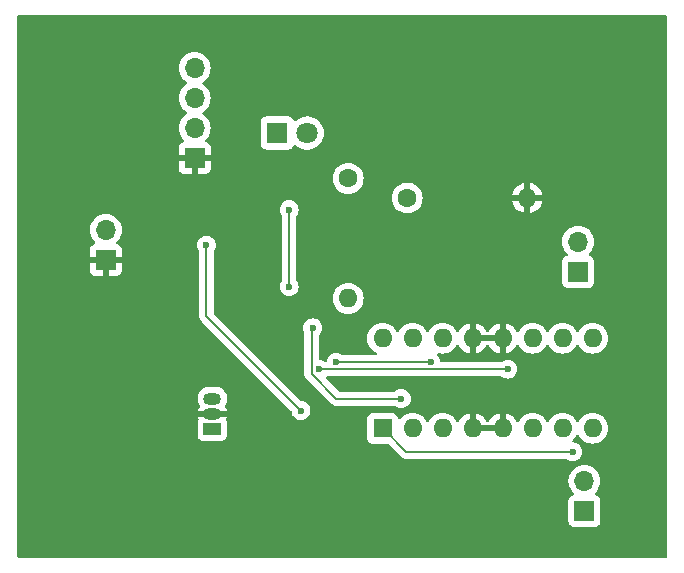
<source format=gbl>
G04 #@! TF.GenerationSoftware,KiCad,Pcbnew,8.0.1*
G04 #@! TF.CreationDate,2024-05-12T16:03:36-04:00*
G04 #@! TF.ProjectId,recyclobot_main,72656379-636c-46f6-926f-745f6d61696e,rev?*
G04 #@! TF.SameCoordinates,Original*
G04 #@! TF.FileFunction,Copper,L2,Bot*
G04 #@! TF.FilePolarity,Positive*
%FSLAX46Y46*%
G04 Gerber Fmt 4.6, Leading zero omitted, Abs format (unit mm)*
G04 Created by KiCad (PCBNEW 8.0.1) date 2024-05-12 16:03:36*
%MOMM*%
%LPD*%
G01*
G04 APERTURE LIST*
G04 #@! TA.AperFunction,ComponentPad*
%ADD10R,1.500000X1.050000*%
G04 #@! TD*
G04 #@! TA.AperFunction,ComponentPad*
%ADD11O,1.500000X1.050000*%
G04 #@! TD*
G04 #@! TA.AperFunction,ComponentPad*
%ADD12R,1.600000X1.600000*%
G04 #@! TD*
G04 #@! TA.AperFunction,ComponentPad*
%ADD13O,1.600000X1.600000*%
G04 #@! TD*
G04 #@! TA.AperFunction,ComponentPad*
%ADD14C,1.600000*%
G04 #@! TD*
G04 #@! TA.AperFunction,ComponentPad*
%ADD15R,1.700000X1.700000*%
G04 #@! TD*
G04 #@! TA.AperFunction,ComponentPad*
%ADD16O,1.700000X1.700000*%
G04 #@! TD*
G04 #@! TA.AperFunction,ComponentPad*
%ADD17R,1.800000X1.800000*%
G04 #@! TD*
G04 #@! TA.AperFunction,ComponentPad*
%ADD18C,1.800000*%
G04 #@! TD*
G04 #@! TA.AperFunction,ViaPad*
%ADD19C,0.600000*%
G04 #@! TD*
G04 #@! TA.AperFunction,Conductor*
%ADD20C,0.200000*%
G04 #@! TD*
G04 APERTURE END LIST*
D10*
X137000000Y-100540000D03*
D11*
X137000000Y-99270000D03*
X137000000Y-98000000D03*
D12*
X151420000Y-100500000D03*
D13*
X153960000Y-100500000D03*
X156500000Y-100500000D03*
X159040000Y-100500000D03*
X161580000Y-100500000D03*
X164120000Y-100500000D03*
X166660000Y-100500000D03*
X169200000Y-100500000D03*
X169200000Y-92880000D03*
X166660000Y-92880000D03*
X164120000Y-92880000D03*
X161580000Y-92880000D03*
X159040000Y-92880000D03*
X156500000Y-92880000D03*
X153960000Y-92880000D03*
X151420000Y-92880000D03*
D14*
X153500000Y-81000000D03*
D13*
X163660000Y-81000000D03*
D14*
X148500000Y-79340000D03*
D13*
X148500000Y-89500000D03*
D15*
X135500000Y-77620000D03*
D16*
X135500000Y-75080000D03*
X135500000Y-72540000D03*
X135500000Y-70000000D03*
D15*
X168500000Y-107500000D03*
D16*
X168500000Y-104960000D03*
D15*
X167975000Y-87250000D03*
D16*
X167975000Y-84710000D03*
D15*
X127975000Y-86250000D03*
D16*
X127975000Y-83710000D03*
D17*
X142500000Y-75500000D03*
D18*
X145040000Y-75500000D03*
D19*
X143500000Y-82000000D03*
X143500000Y-88500000D03*
X141500000Y-99700003D03*
X141000000Y-104000000D03*
X141500000Y-99000000D03*
X161000000Y-70000000D03*
X154500000Y-106000000D03*
X131000000Y-103500000D03*
X125000000Y-70500000D03*
X171000000Y-73000000D03*
X167500000Y-102500000D03*
X153000000Y-98000000D03*
X145500000Y-92000000D03*
X155500000Y-94900000D03*
X147500000Y-94900000D03*
X146000000Y-95500000D03*
X162000000Y-95500000D03*
X136500000Y-85000000D03*
X144500000Y-99000000D03*
D20*
X143500000Y-82000000D02*
X143500000Y-88500000D01*
X141500000Y-103500000D02*
X141000000Y-104000000D01*
X141500000Y-99700003D02*
X141500000Y-103500000D01*
X167500000Y-102500000D02*
X153420000Y-102500000D01*
X153420000Y-102500000D02*
X151420000Y-100500000D01*
X145500000Y-92000000D02*
X145400000Y-92100000D01*
X145400000Y-95900000D02*
X147500000Y-98000000D01*
X145400000Y-92100000D02*
X145400000Y-95900000D01*
X147500000Y-98000000D02*
X153000000Y-98000000D01*
X147500000Y-94900000D02*
X155500000Y-94900000D01*
X146000000Y-95500000D02*
X162000000Y-95500000D01*
X136500000Y-91000000D02*
X136500000Y-85000000D01*
X144500000Y-99000000D02*
X136500000Y-91000000D01*
G04 #@! TA.AperFunction,Conductor*
G36*
X161259920Y-100254394D02*
G01*
X161207259Y-100345606D01*
X161180000Y-100447339D01*
X161180000Y-100552661D01*
X161207259Y-100654394D01*
X161259920Y-100745606D01*
X161264314Y-100750000D01*
X159355686Y-100750000D01*
X159360080Y-100745606D01*
X159412741Y-100654394D01*
X159440000Y-100552661D01*
X159440000Y-100447339D01*
X159412741Y-100345606D01*
X159360080Y-100254394D01*
X159355686Y-100250000D01*
X161264314Y-100250000D01*
X161259920Y-100254394D01*
G37*
G04 #@! TD.AperFunction*
G04 #@! TA.AperFunction,Conductor*
G36*
X161259920Y-92634394D02*
G01*
X161207259Y-92725606D01*
X161180000Y-92827339D01*
X161180000Y-92932661D01*
X161207259Y-93034394D01*
X161259920Y-93125606D01*
X161264314Y-93130000D01*
X159355686Y-93130000D01*
X159360080Y-93125606D01*
X159412741Y-93034394D01*
X159440000Y-92932661D01*
X159440000Y-92827339D01*
X159412741Y-92725606D01*
X159360080Y-92634394D01*
X159355686Y-92630000D01*
X161264314Y-92630000D01*
X161259920Y-92634394D01*
G37*
G04 #@! TD.AperFunction*
G04 #@! TA.AperFunction,Conductor*
G36*
X175442539Y-65520185D02*
G01*
X175488294Y-65572989D01*
X175499500Y-65624500D01*
X175499500Y-111375500D01*
X175479815Y-111442539D01*
X175427011Y-111488294D01*
X175375500Y-111499500D01*
X120624500Y-111499500D01*
X120557461Y-111479815D01*
X120511706Y-111427011D01*
X120500500Y-111375500D01*
X120500500Y-104960000D01*
X167144341Y-104960000D01*
X167164936Y-105195403D01*
X167164938Y-105195413D01*
X167226094Y-105423655D01*
X167226096Y-105423659D01*
X167226097Y-105423663D01*
X167325965Y-105637830D01*
X167325967Y-105637834D01*
X167434281Y-105792521D01*
X167461501Y-105831396D01*
X167461506Y-105831402D01*
X167583430Y-105953326D01*
X167616915Y-106014649D01*
X167611931Y-106084341D01*
X167570059Y-106140274D01*
X167539083Y-106157189D01*
X167407669Y-106206203D01*
X167407664Y-106206206D01*
X167292455Y-106292452D01*
X167292452Y-106292455D01*
X167206206Y-106407664D01*
X167206202Y-106407671D01*
X167155908Y-106542517D01*
X167149501Y-106602116D01*
X167149501Y-106602123D01*
X167149500Y-106602135D01*
X167149500Y-108397870D01*
X167149501Y-108397876D01*
X167155908Y-108457483D01*
X167206202Y-108592328D01*
X167206206Y-108592335D01*
X167292452Y-108707544D01*
X167292455Y-108707547D01*
X167407664Y-108793793D01*
X167407671Y-108793797D01*
X167542517Y-108844091D01*
X167542516Y-108844091D01*
X167549444Y-108844835D01*
X167602127Y-108850500D01*
X169397872Y-108850499D01*
X169457483Y-108844091D01*
X169592331Y-108793796D01*
X169707546Y-108707546D01*
X169793796Y-108592331D01*
X169844091Y-108457483D01*
X169850500Y-108397873D01*
X169850499Y-106602128D01*
X169844091Y-106542517D01*
X169793796Y-106407669D01*
X169793795Y-106407668D01*
X169793793Y-106407664D01*
X169707547Y-106292455D01*
X169707544Y-106292452D01*
X169592335Y-106206206D01*
X169592328Y-106206202D01*
X169460917Y-106157189D01*
X169404983Y-106115318D01*
X169380566Y-106049853D01*
X169395418Y-105981580D01*
X169416563Y-105953332D01*
X169538495Y-105831401D01*
X169674035Y-105637830D01*
X169773903Y-105423663D01*
X169835063Y-105195408D01*
X169855659Y-104960000D01*
X169835063Y-104724592D01*
X169773903Y-104496337D01*
X169674035Y-104282171D01*
X169538495Y-104088599D01*
X169538494Y-104088597D01*
X169371402Y-103921506D01*
X169371395Y-103921501D01*
X169177834Y-103785967D01*
X169177830Y-103785965D01*
X169177828Y-103785964D01*
X168963663Y-103686097D01*
X168963659Y-103686096D01*
X168963655Y-103686094D01*
X168735413Y-103624938D01*
X168735403Y-103624936D01*
X168500001Y-103604341D01*
X168499999Y-103604341D01*
X168264596Y-103624936D01*
X168264586Y-103624938D01*
X168036344Y-103686094D01*
X168036335Y-103686098D01*
X167822171Y-103785964D01*
X167822169Y-103785965D01*
X167628597Y-103921505D01*
X167461505Y-104088597D01*
X167325965Y-104282169D01*
X167325964Y-104282171D01*
X167226098Y-104496335D01*
X167226094Y-104496344D01*
X167164938Y-104724586D01*
X167164936Y-104724596D01*
X167144341Y-104959999D01*
X167144341Y-104960000D01*
X120500500Y-104960000D01*
X120500500Y-101112870D01*
X135749500Y-101112870D01*
X135749501Y-101112876D01*
X135755908Y-101172483D01*
X135806202Y-101307328D01*
X135806206Y-101307335D01*
X135892452Y-101422544D01*
X135892455Y-101422547D01*
X136007664Y-101508793D01*
X136007671Y-101508797D01*
X136142517Y-101559091D01*
X136142516Y-101559091D01*
X136149444Y-101559835D01*
X136202127Y-101565500D01*
X137797872Y-101565499D01*
X137857483Y-101559091D01*
X137992331Y-101508796D01*
X138107546Y-101422546D01*
X138163448Y-101347870D01*
X150119500Y-101347870D01*
X150119501Y-101347876D01*
X150125908Y-101407483D01*
X150176202Y-101542328D01*
X150176206Y-101542335D01*
X150262452Y-101657544D01*
X150262455Y-101657547D01*
X150377664Y-101743793D01*
X150377671Y-101743797D01*
X150512517Y-101794091D01*
X150512516Y-101794091D01*
X150519444Y-101794835D01*
X150572127Y-101800500D01*
X151819902Y-101800499D01*
X151886941Y-101820184D01*
X151907583Y-101836818D01*
X152935139Y-102864374D01*
X152935149Y-102864385D01*
X152939479Y-102868715D01*
X152939480Y-102868716D01*
X153051284Y-102980520D01*
X153138095Y-103030639D01*
X153138097Y-103030641D01*
X153176151Y-103052611D01*
X153188215Y-103059577D01*
X153340943Y-103100500D01*
X153499057Y-103100500D01*
X166917588Y-103100500D01*
X166984627Y-103120185D01*
X166994903Y-103127555D01*
X166997736Y-103129814D01*
X166997738Y-103129816D01*
X167150478Y-103225789D01*
X167320745Y-103285368D01*
X167320750Y-103285369D01*
X167499996Y-103305565D01*
X167500000Y-103305565D01*
X167500004Y-103305565D01*
X167679249Y-103285369D01*
X167679252Y-103285368D01*
X167679255Y-103285368D01*
X167849522Y-103225789D01*
X168002262Y-103129816D01*
X168129816Y-103002262D01*
X168225789Y-102849522D01*
X168285368Y-102679255D01*
X168305565Y-102500000D01*
X168285368Y-102320745D01*
X168225789Y-102150478D01*
X168129816Y-101997738D01*
X168002262Y-101870184D01*
X167959580Y-101843365D01*
X167849523Y-101774211D01*
X167679254Y-101714631D01*
X167679250Y-101714630D01*
X167580392Y-101703492D01*
X167515978Y-101676425D01*
X167476423Y-101618830D01*
X167474286Y-101548993D01*
X167506593Y-101492592D01*
X167660047Y-101339139D01*
X167790568Y-101152734D01*
X167817618Y-101094724D01*
X167863790Y-101042285D01*
X167930983Y-101023133D01*
X167997865Y-101043348D01*
X168042382Y-101094725D01*
X168069429Y-101152728D01*
X168069432Y-101152734D01*
X168199954Y-101339141D01*
X168360858Y-101500045D01*
X168360861Y-101500047D01*
X168547266Y-101630568D01*
X168753504Y-101726739D01*
X168973308Y-101785635D01*
X169135230Y-101799801D01*
X169199998Y-101805468D01*
X169200000Y-101805468D01*
X169200002Y-101805468D01*
X169256807Y-101800498D01*
X169426692Y-101785635D01*
X169646496Y-101726739D01*
X169852734Y-101630568D01*
X170039139Y-101500047D01*
X170200047Y-101339139D01*
X170330568Y-101152734D01*
X170426739Y-100946496D01*
X170485635Y-100726692D01*
X170505468Y-100500000D01*
X170485635Y-100273308D01*
X170426739Y-100053504D01*
X170330568Y-99847266D01*
X170200047Y-99660861D01*
X170200045Y-99660858D01*
X170039141Y-99499954D01*
X169852734Y-99369432D01*
X169852732Y-99369431D01*
X169646497Y-99273261D01*
X169646488Y-99273258D01*
X169426697Y-99214366D01*
X169426693Y-99214365D01*
X169426692Y-99214365D01*
X169426691Y-99214364D01*
X169426686Y-99214364D01*
X169200002Y-99194532D01*
X169199998Y-99194532D01*
X168973313Y-99214364D01*
X168973302Y-99214366D01*
X168753511Y-99273258D01*
X168753502Y-99273261D01*
X168547267Y-99369431D01*
X168547265Y-99369432D01*
X168360858Y-99499954D01*
X168199954Y-99660858D01*
X168069432Y-99847265D01*
X168069431Y-99847267D01*
X168042382Y-99905275D01*
X167996209Y-99957714D01*
X167929016Y-99976866D01*
X167862135Y-99956650D01*
X167817618Y-99905275D01*
X167790686Y-99847520D01*
X167790568Y-99847266D01*
X167660047Y-99660861D01*
X167660045Y-99660858D01*
X167499141Y-99499954D01*
X167312734Y-99369432D01*
X167312732Y-99369431D01*
X167106497Y-99273261D01*
X167106488Y-99273258D01*
X166886697Y-99214366D01*
X166886693Y-99214365D01*
X166886692Y-99214365D01*
X166886691Y-99214364D01*
X166886686Y-99214364D01*
X166660002Y-99194532D01*
X166659998Y-99194532D01*
X166433313Y-99214364D01*
X166433302Y-99214366D01*
X166213511Y-99273258D01*
X166213502Y-99273261D01*
X166007267Y-99369431D01*
X166007265Y-99369432D01*
X165820858Y-99499954D01*
X165659954Y-99660858D01*
X165529432Y-99847265D01*
X165529431Y-99847267D01*
X165502382Y-99905275D01*
X165456209Y-99957714D01*
X165389016Y-99976866D01*
X165322135Y-99956650D01*
X165277618Y-99905275D01*
X165250686Y-99847520D01*
X165250568Y-99847266D01*
X165120047Y-99660861D01*
X165120045Y-99660858D01*
X164959141Y-99499954D01*
X164772734Y-99369432D01*
X164772732Y-99369431D01*
X164566497Y-99273261D01*
X164566488Y-99273258D01*
X164346697Y-99214366D01*
X164346693Y-99214365D01*
X164346692Y-99214365D01*
X164346691Y-99214364D01*
X164346686Y-99214364D01*
X164120002Y-99194532D01*
X164119998Y-99194532D01*
X163893313Y-99214364D01*
X163893302Y-99214366D01*
X163673511Y-99273258D01*
X163673502Y-99273261D01*
X163467267Y-99369431D01*
X163467265Y-99369432D01*
X163280858Y-99499954D01*
X163119954Y-99660858D01*
X163032772Y-99785369D01*
X162989432Y-99847266D01*
X162989315Y-99847518D01*
X162962106Y-99905867D01*
X162915933Y-99958306D01*
X162848739Y-99977457D01*
X162781858Y-99957241D01*
X162737342Y-99905865D01*
X162710135Y-99847520D01*
X162710134Y-99847518D01*
X162579657Y-99661179D01*
X162418820Y-99500342D01*
X162232482Y-99369865D01*
X162026328Y-99273734D01*
X161830000Y-99221127D01*
X161830000Y-100184314D01*
X161825606Y-100179920D01*
X161734394Y-100127259D01*
X161632661Y-100100000D01*
X161527339Y-100100000D01*
X161425606Y-100127259D01*
X161334394Y-100179920D01*
X161330000Y-100184314D01*
X161330000Y-99221127D01*
X161133671Y-99273734D01*
X160927517Y-99369865D01*
X160741179Y-99500342D01*
X160580342Y-99661179D01*
X160449865Y-99847517D01*
X160422382Y-99906457D01*
X160376210Y-99958896D01*
X160309016Y-99978048D01*
X160242135Y-99957832D01*
X160197618Y-99906457D01*
X160170134Y-99847517D01*
X160039657Y-99661179D01*
X159878820Y-99500342D01*
X159692482Y-99369865D01*
X159486328Y-99273734D01*
X159290000Y-99221127D01*
X159290000Y-100184314D01*
X159285606Y-100179920D01*
X159194394Y-100127259D01*
X159092661Y-100100000D01*
X158987339Y-100100000D01*
X158885606Y-100127259D01*
X158794394Y-100179920D01*
X158790000Y-100184314D01*
X158790000Y-99221127D01*
X158593671Y-99273734D01*
X158387517Y-99369865D01*
X158201179Y-99500342D01*
X158040342Y-99661179D01*
X157909867Y-99847515D01*
X157882657Y-99905867D01*
X157836484Y-99958306D01*
X157769290Y-99977457D01*
X157702409Y-99957241D01*
X157657893Y-99905865D01*
X157630685Y-99847518D01*
X157630568Y-99847266D01*
X157500047Y-99660861D01*
X157500045Y-99660858D01*
X157339141Y-99499954D01*
X157152734Y-99369432D01*
X157152732Y-99369431D01*
X156946497Y-99273261D01*
X156946488Y-99273258D01*
X156726697Y-99214366D01*
X156726693Y-99214365D01*
X156726692Y-99214365D01*
X156726691Y-99214364D01*
X156726686Y-99214364D01*
X156500002Y-99194532D01*
X156499998Y-99194532D01*
X156273313Y-99214364D01*
X156273302Y-99214366D01*
X156053511Y-99273258D01*
X156053502Y-99273261D01*
X155847267Y-99369431D01*
X155847265Y-99369432D01*
X155660858Y-99499954D01*
X155499954Y-99660858D01*
X155369432Y-99847265D01*
X155369431Y-99847267D01*
X155342382Y-99905275D01*
X155296209Y-99957714D01*
X155229016Y-99976866D01*
X155162135Y-99956650D01*
X155117618Y-99905275D01*
X155090686Y-99847520D01*
X155090568Y-99847266D01*
X154960047Y-99660861D01*
X154960045Y-99660858D01*
X154799141Y-99499954D01*
X154612734Y-99369432D01*
X154612732Y-99369431D01*
X154406497Y-99273261D01*
X154406488Y-99273258D01*
X154186697Y-99214366D01*
X154186693Y-99214365D01*
X154186692Y-99214365D01*
X154186691Y-99214364D01*
X154186686Y-99214364D01*
X153960002Y-99194532D01*
X153959998Y-99194532D01*
X153733313Y-99214364D01*
X153733302Y-99214366D01*
X153513511Y-99273258D01*
X153513502Y-99273261D01*
X153307267Y-99369431D01*
X153307265Y-99369432D01*
X153120858Y-99499954D01*
X152959954Y-99660858D01*
X152942725Y-99685464D01*
X152888147Y-99729088D01*
X152818648Y-99736280D01*
X152756294Y-99704757D01*
X152720882Y-99644526D01*
X152717861Y-99627591D01*
X152716985Y-99619444D01*
X152714091Y-99592517D01*
X152705313Y-99568983D01*
X152663797Y-99457671D01*
X152663793Y-99457664D01*
X152577547Y-99342455D01*
X152577544Y-99342452D01*
X152462335Y-99256206D01*
X152462328Y-99256202D01*
X152327482Y-99205908D01*
X152327483Y-99205908D01*
X152267883Y-99199501D01*
X152267881Y-99199500D01*
X152267873Y-99199500D01*
X152267864Y-99199500D01*
X150572129Y-99199500D01*
X150572123Y-99199501D01*
X150512516Y-99205908D01*
X150377671Y-99256202D01*
X150377664Y-99256206D01*
X150262455Y-99342452D01*
X150262452Y-99342455D01*
X150176206Y-99457664D01*
X150176202Y-99457671D01*
X150125908Y-99592517D01*
X150119501Y-99652116D01*
X150119500Y-99652135D01*
X150119500Y-101347870D01*
X138163448Y-101347870D01*
X138193796Y-101307331D01*
X138244091Y-101172483D01*
X138250500Y-101112873D01*
X138250499Y-99967128D01*
X138244091Y-99907517D01*
X138221713Y-99847518D01*
X138193797Y-99772670D01*
X138193795Y-99772668D01*
X138192618Y-99771095D01*
X138191931Y-99769255D01*
X138189547Y-99764888D01*
X138190175Y-99764544D01*
X138168203Y-99705630D01*
X138177326Y-99649333D01*
X138210610Y-99568978D01*
X138210611Y-99568974D01*
X138220353Y-99520000D01*
X137855671Y-99520000D01*
X137842415Y-99519289D01*
X137797873Y-99514500D01*
X137797872Y-99514500D01*
X137285830Y-99514500D01*
X137300075Y-99500255D01*
X137349444Y-99414745D01*
X137375000Y-99319370D01*
X137375000Y-99220630D01*
X137349444Y-99125255D01*
X137300075Y-99039745D01*
X137285830Y-99025500D01*
X137326004Y-99025500D01*
X137326004Y-99025499D01*
X137339473Y-99022820D01*
X137341674Y-99022383D01*
X137365866Y-99020000D01*
X138220353Y-99020000D01*
X138210612Y-98971025D01*
X138210609Y-98971016D01*
X138133347Y-98784486D01*
X138133343Y-98784479D01*
X138079795Y-98704340D01*
X138058917Y-98637662D01*
X138077401Y-98570282D01*
X138079733Y-98566652D01*
X138133786Y-98485756D01*
X138211091Y-98299127D01*
X138250500Y-98101003D01*
X138250500Y-97898997D01*
X138211091Y-97700873D01*
X138133786Y-97514244D01*
X138133784Y-97514241D01*
X138133782Y-97514237D01*
X138021558Y-97346281D01*
X137878718Y-97203441D01*
X137710762Y-97091217D01*
X137710752Y-97091212D01*
X137524127Y-97013909D01*
X137524119Y-97013907D01*
X137326007Y-96974500D01*
X137326003Y-96974500D01*
X136673997Y-96974500D01*
X136673992Y-96974500D01*
X136475880Y-97013907D01*
X136475872Y-97013909D01*
X136289247Y-97091212D01*
X136289237Y-97091217D01*
X136121281Y-97203441D01*
X135978441Y-97346281D01*
X135866217Y-97514237D01*
X135866212Y-97514247D01*
X135788909Y-97700872D01*
X135788907Y-97700880D01*
X135749500Y-97898992D01*
X135749500Y-98101007D01*
X135788907Y-98299119D01*
X135788909Y-98299127D01*
X135866212Y-98485754D01*
X135920204Y-98566558D01*
X135941081Y-98633235D01*
X135922596Y-98700615D01*
X135920204Y-98704337D01*
X135866655Y-98784479D01*
X135866654Y-98784481D01*
X135789390Y-98971016D01*
X135789387Y-98971025D01*
X135779647Y-99020000D01*
X136634134Y-99020000D01*
X136658326Y-99022383D01*
X136661123Y-99022939D01*
X136673995Y-99025499D01*
X136673996Y-99025500D01*
X136673997Y-99025500D01*
X136714170Y-99025500D01*
X136699925Y-99039745D01*
X136650556Y-99125255D01*
X136625000Y-99220630D01*
X136625000Y-99319370D01*
X136650556Y-99414745D01*
X136699925Y-99500255D01*
X136714170Y-99514500D01*
X136202129Y-99514500D01*
X136202125Y-99514501D01*
X136169577Y-99518000D01*
X136157576Y-99519290D01*
X136144325Y-99520000D01*
X135779647Y-99520000D01*
X135789387Y-99568974D01*
X135789390Y-99568983D01*
X135822673Y-99649335D01*
X135830142Y-99718804D01*
X135810156Y-99764723D01*
X135810454Y-99764886D01*
X135808636Y-99768213D01*
X135807385Y-99771090D01*
X135806206Y-99772664D01*
X135806202Y-99772671D01*
X135755908Y-99907517D01*
X135750626Y-99956650D01*
X135749501Y-99967123D01*
X135749500Y-99967135D01*
X135749500Y-101112870D01*
X120500500Y-101112870D01*
X120500500Y-83710000D01*
X126619341Y-83710000D01*
X126639936Y-83945403D01*
X126639938Y-83945413D01*
X126701094Y-84173655D01*
X126701096Y-84173659D01*
X126701097Y-84173663D01*
X126792737Y-84370184D01*
X126800965Y-84387830D01*
X126800967Y-84387834D01*
X126861712Y-84474586D01*
X126936501Y-84581396D01*
X126936506Y-84581402D01*
X127058818Y-84703714D01*
X127092303Y-84765037D01*
X127087319Y-84834729D01*
X127045447Y-84890662D01*
X127014471Y-84907577D01*
X126882912Y-84956646D01*
X126882906Y-84956649D01*
X126767812Y-85042809D01*
X126767809Y-85042812D01*
X126681649Y-85157906D01*
X126681645Y-85157913D01*
X126631403Y-85292620D01*
X126631401Y-85292627D01*
X126625000Y-85352155D01*
X126625000Y-86000000D01*
X127541988Y-86000000D01*
X127509075Y-86057007D01*
X127475000Y-86184174D01*
X127475000Y-86315826D01*
X127509075Y-86442993D01*
X127541988Y-86500000D01*
X126625000Y-86500000D01*
X126625000Y-87147844D01*
X126631401Y-87207372D01*
X126631403Y-87207379D01*
X126681645Y-87342086D01*
X126681649Y-87342093D01*
X126767809Y-87457187D01*
X126767812Y-87457190D01*
X126882906Y-87543350D01*
X126882913Y-87543354D01*
X127017620Y-87593596D01*
X127017627Y-87593598D01*
X127077155Y-87599999D01*
X127077172Y-87600000D01*
X127725000Y-87600000D01*
X127725000Y-86683012D01*
X127782007Y-86715925D01*
X127909174Y-86750000D01*
X128040826Y-86750000D01*
X128167993Y-86715925D01*
X128225000Y-86683012D01*
X128225000Y-87600000D01*
X128872828Y-87600000D01*
X128872844Y-87599999D01*
X128932372Y-87593598D01*
X128932379Y-87593596D01*
X129067086Y-87543354D01*
X129067093Y-87543350D01*
X129182187Y-87457190D01*
X129182190Y-87457187D01*
X129268350Y-87342093D01*
X129268354Y-87342086D01*
X129318596Y-87207379D01*
X129318598Y-87207372D01*
X129324999Y-87147844D01*
X129325000Y-87147827D01*
X129325000Y-86500000D01*
X128408012Y-86500000D01*
X128440925Y-86442993D01*
X128475000Y-86315826D01*
X128475000Y-86184174D01*
X128440925Y-86057007D01*
X128408012Y-86000000D01*
X129325000Y-86000000D01*
X129325000Y-85352172D01*
X129324999Y-85352155D01*
X129318598Y-85292627D01*
X129318596Y-85292620D01*
X129268354Y-85157913D01*
X129268350Y-85157906D01*
X129182190Y-85042812D01*
X129182187Y-85042809D01*
X129125006Y-85000003D01*
X135694435Y-85000003D01*
X135714630Y-85179249D01*
X135714631Y-85179254D01*
X135774211Y-85349523D01*
X135870185Y-85502263D01*
X135872445Y-85505097D01*
X135873334Y-85507275D01*
X135873889Y-85508158D01*
X135873734Y-85508255D01*
X135898855Y-85569783D01*
X135899500Y-85582412D01*
X135899500Y-90913330D01*
X135899499Y-90913348D01*
X135899499Y-91079054D01*
X135899498Y-91079054D01*
X135940423Y-91231785D01*
X135964917Y-91274210D01*
X135964919Y-91274212D01*
X136019479Y-91368714D01*
X136019481Y-91368717D01*
X136138349Y-91487585D01*
X136138355Y-91487590D01*
X143669298Y-99018533D01*
X143702783Y-99079856D01*
X143704837Y-99092330D01*
X143714630Y-99179249D01*
X143774210Y-99349521D01*
X143868733Y-99499953D01*
X143870184Y-99502262D01*
X143997738Y-99629816D01*
X144150478Y-99725789D01*
X144284456Y-99772670D01*
X144320745Y-99785368D01*
X144320750Y-99785369D01*
X144499996Y-99805565D01*
X144500000Y-99805565D01*
X144500004Y-99805565D01*
X144679249Y-99785369D01*
X144679252Y-99785368D01*
X144679255Y-99785368D01*
X144849522Y-99725789D01*
X145002262Y-99629816D01*
X145129816Y-99502262D01*
X145225789Y-99349522D01*
X145285368Y-99179255D01*
X145285369Y-99179249D01*
X145305565Y-99000003D01*
X145305565Y-98999996D01*
X145285369Y-98820750D01*
X145285368Y-98820745D01*
X145244635Y-98704337D01*
X145225789Y-98650478D01*
X145214954Y-98633235D01*
X145175398Y-98570282D01*
X145129816Y-98497738D01*
X145002262Y-98370184D01*
X144889163Y-98299119D01*
X144849521Y-98274210D01*
X144679249Y-98214630D01*
X144592330Y-98204837D01*
X144527916Y-98177770D01*
X144518533Y-98169298D01*
X138349238Y-92000003D01*
X144694435Y-92000003D01*
X144714630Y-92179249D01*
X144714631Y-92179254D01*
X144774212Y-92349525D01*
X144780492Y-92359519D01*
X144799500Y-92425493D01*
X144799500Y-95813330D01*
X144799499Y-95813348D01*
X144799499Y-95979054D01*
X144799498Y-95979054D01*
X144840423Y-96131785D01*
X144869358Y-96181900D01*
X144869359Y-96181904D01*
X144869360Y-96181904D01*
X144919479Y-96268714D01*
X144919481Y-96268717D01*
X145038349Y-96387585D01*
X145038355Y-96387590D01*
X147015139Y-98364374D01*
X147015149Y-98364385D01*
X147019479Y-98368715D01*
X147019480Y-98368716D01*
X147131284Y-98480520D01*
X147131286Y-98480521D01*
X147131290Y-98480524D01*
X147268209Y-98559573D01*
X147268216Y-98559577D01*
X147380019Y-98589534D01*
X147420942Y-98600500D01*
X147420943Y-98600500D01*
X152417588Y-98600500D01*
X152484627Y-98620185D01*
X152494903Y-98627555D01*
X152497736Y-98629814D01*
X152497738Y-98629816D01*
X152650478Y-98725789D01*
X152818204Y-98784479D01*
X152820745Y-98785368D01*
X152820750Y-98785369D01*
X152999996Y-98805565D01*
X153000000Y-98805565D01*
X153000004Y-98805565D01*
X153179249Y-98785369D01*
X153179252Y-98785368D01*
X153179255Y-98785368D01*
X153349522Y-98725789D01*
X153502262Y-98629816D01*
X153629816Y-98502262D01*
X153725789Y-98349522D01*
X153785368Y-98179255D01*
X153785369Y-98179249D01*
X153805565Y-98000003D01*
X153805565Y-97999996D01*
X153785369Y-97820750D01*
X153785368Y-97820745D01*
X153743423Y-97700873D01*
X153725789Y-97650478D01*
X153629816Y-97497738D01*
X153502262Y-97370184D01*
X153464221Y-97346281D01*
X153349523Y-97274211D01*
X153179254Y-97214631D01*
X153179249Y-97214630D01*
X153000004Y-97194435D01*
X152999996Y-97194435D01*
X152820750Y-97214630D01*
X152820745Y-97214631D01*
X152650476Y-97274211D01*
X152497736Y-97370185D01*
X152494903Y-97372445D01*
X152492724Y-97373334D01*
X152491842Y-97373889D01*
X152491744Y-97373734D01*
X152430217Y-97398855D01*
X152417588Y-97399500D01*
X147800097Y-97399500D01*
X147733058Y-97379815D01*
X147712416Y-97363181D01*
X146661416Y-96312181D01*
X146627931Y-96250858D01*
X146632915Y-96181166D01*
X146674787Y-96125233D01*
X146740251Y-96100816D01*
X146749097Y-96100500D01*
X161417588Y-96100500D01*
X161484627Y-96120185D01*
X161494903Y-96127555D01*
X161497736Y-96129814D01*
X161497738Y-96129816D01*
X161650478Y-96225789D01*
X161773159Y-96268717D01*
X161820745Y-96285368D01*
X161820750Y-96285369D01*
X161999996Y-96305565D01*
X162000000Y-96305565D01*
X162000004Y-96305565D01*
X162179249Y-96285369D01*
X162179252Y-96285368D01*
X162179255Y-96285368D01*
X162349522Y-96225789D01*
X162502262Y-96129816D01*
X162629816Y-96002262D01*
X162725789Y-95849522D01*
X162785368Y-95679255D01*
X162805565Y-95500000D01*
X162785368Y-95320745D01*
X162725789Y-95150478D01*
X162629816Y-94997738D01*
X162502262Y-94870184D01*
X162433553Y-94827011D01*
X162349523Y-94774211D01*
X162179254Y-94714631D01*
X162179249Y-94714630D01*
X162000004Y-94694435D01*
X161999996Y-94694435D01*
X161820750Y-94714630D01*
X161820745Y-94714631D01*
X161650476Y-94774211D01*
X161497736Y-94870185D01*
X161494903Y-94872445D01*
X161492724Y-94873334D01*
X161491842Y-94873889D01*
X161491744Y-94873734D01*
X161430217Y-94898855D01*
X161417588Y-94899500D01*
X156416322Y-94899500D01*
X156349283Y-94879815D01*
X156303528Y-94827011D01*
X156293102Y-94789383D01*
X156285369Y-94720750D01*
X156285368Y-94720748D01*
X156285368Y-94720745D01*
X156225789Y-94550478D01*
X156129816Y-94397738D01*
X156087466Y-94355388D01*
X156053981Y-94294065D01*
X156058965Y-94224373D01*
X156100837Y-94168440D01*
X156166301Y-94144023D01*
X156207238Y-94147931D01*
X156273308Y-94165635D01*
X156435230Y-94179801D01*
X156499998Y-94185468D01*
X156500000Y-94185468D01*
X156500002Y-94185468D01*
X156556673Y-94180509D01*
X156726692Y-94165635D01*
X156946496Y-94106739D01*
X157152734Y-94010568D01*
X157339139Y-93880047D01*
X157500047Y-93719139D01*
X157630568Y-93532734D01*
X157657895Y-93474129D01*
X157704064Y-93421695D01*
X157771257Y-93402542D01*
X157838139Y-93422757D01*
X157882657Y-93474133D01*
X157909865Y-93532482D01*
X158040342Y-93718820D01*
X158201179Y-93879657D01*
X158387517Y-94010134D01*
X158593673Y-94106265D01*
X158593682Y-94106269D01*
X158789999Y-94158872D01*
X158790000Y-94158871D01*
X158790000Y-93195686D01*
X158794394Y-93200080D01*
X158885606Y-93252741D01*
X158987339Y-93280000D01*
X159092661Y-93280000D01*
X159194394Y-93252741D01*
X159285606Y-93200080D01*
X159290000Y-93195686D01*
X159290000Y-94158872D01*
X159486317Y-94106269D01*
X159486326Y-94106265D01*
X159692482Y-94010134D01*
X159878820Y-93879657D01*
X160039657Y-93718820D01*
X160170134Y-93532481D01*
X160170135Y-93532479D01*
X160197618Y-93473543D01*
X160243790Y-93421103D01*
X160310983Y-93401951D01*
X160377864Y-93422166D01*
X160422382Y-93473543D01*
X160449864Y-93532479D01*
X160449865Y-93532481D01*
X160580342Y-93718820D01*
X160741179Y-93879657D01*
X160927517Y-94010134D01*
X161133673Y-94106265D01*
X161133682Y-94106269D01*
X161329999Y-94158872D01*
X161330000Y-94158871D01*
X161330000Y-93195686D01*
X161334394Y-93200080D01*
X161425606Y-93252741D01*
X161527339Y-93280000D01*
X161632661Y-93280000D01*
X161734394Y-93252741D01*
X161825606Y-93200080D01*
X161830000Y-93195686D01*
X161830000Y-94158872D01*
X162026317Y-94106269D01*
X162026326Y-94106265D01*
X162232482Y-94010134D01*
X162418820Y-93879657D01*
X162579657Y-93718820D01*
X162710132Y-93532484D01*
X162737341Y-93474134D01*
X162783513Y-93421695D01*
X162850707Y-93402542D01*
X162917588Y-93422757D01*
X162962106Y-93474133D01*
X162989431Y-93532732D01*
X162989432Y-93532734D01*
X163119954Y-93719141D01*
X163280858Y-93880045D01*
X163288236Y-93885211D01*
X163467266Y-94010568D01*
X163673504Y-94106739D01*
X163673509Y-94106740D01*
X163673511Y-94106741D01*
X163702954Y-94114630D01*
X163893308Y-94165635D01*
X164055230Y-94179801D01*
X164119998Y-94185468D01*
X164120000Y-94185468D01*
X164120002Y-94185468D01*
X164176673Y-94180509D01*
X164346692Y-94165635D01*
X164566496Y-94106739D01*
X164772734Y-94010568D01*
X164959139Y-93880047D01*
X165120047Y-93719139D01*
X165250568Y-93532734D01*
X165277618Y-93474724D01*
X165323790Y-93422285D01*
X165390983Y-93403133D01*
X165457865Y-93423348D01*
X165502382Y-93474725D01*
X165529429Y-93532728D01*
X165529432Y-93532734D01*
X165659954Y-93719141D01*
X165820858Y-93880045D01*
X165828236Y-93885211D01*
X166007266Y-94010568D01*
X166213504Y-94106739D01*
X166213509Y-94106740D01*
X166213511Y-94106741D01*
X166242954Y-94114630D01*
X166433308Y-94165635D01*
X166595230Y-94179801D01*
X166659998Y-94185468D01*
X166660000Y-94185468D01*
X166660002Y-94185468D01*
X166716673Y-94180509D01*
X166886692Y-94165635D01*
X167106496Y-94106739D01*
X167312734Y-94010568D01*
X167499139Y-93880047D01*
X167660047Y-93719139D01*
X167790568Y-93532734D01*
X167817618Y-93474724D01*
X167863790Y-93422285D01*
X167930983Y-93403133D01*
X167997865Y-93423348D01*
X168042382Y-93474725D01*
X168069429Y-93532728D01*
X168069432Y-93532734D01*
X168199954Y-93719141D01*
X168360858Y-93880045D01*
X168368236Y-93885211D01*
X168547266Y-94010568D01*
X168753504Y-94106739D01*
X168753509Y-94106740D01*
X168753511Y-94106741D01*
X168782954Y-94114630D01*
X168973308Y-94165635D01*
X169135230Y-94179801D01*
X169199998Y-94185468D01*
X169200000Y-94185468D01*
X169200002Y-94185468D01*
X169256673Y-94180509D01*
X169426692Y-94165635D01*
X169646496Y-94106739D01*
X169852734Y-94010568D01*
X170039139Y-93880047D01*
X170200047Y-93719139D01*
X170330568Y-93532734D01*
X170426739Y-93326496D01*
X170485635Y-93106692D01*
X170505468Y-92880000D01*
X170485635Y-92653308D01*
X170426739Y-92433504D01*
X170330568Y-92227266D01*
X170200047Y-92040861D01*
X170200045Y-92040858D01*
X170039141Y-91879954D01*
X169852734Y-91749432D01*
X169852732Y-91749431D01*
X169646497Y-91653261D01*
X169646488Y-91653258D01*
X169426697Y-91594366D01*
X169426693Y-91594365D01*
X169426692Y-91594365D01*
X169426691Y-91594364D01*
X169426686Y-91594364D01*
X169200002Y-91574532D01*
X169199998Y-91574532D01*
X168973313Y-91594364D01*
X168973302Y-91594366D01*
X168753511Y-91653258D01*
X168753502Y-91653261D01*
X168547267Y-91749431D01*
X168547265Y-91749432D01*
X168360858Y-91879954D01*
X168199954Y-92040858D01*
X168069432Y-92227265D01*
X168069431Y-92227267D01*
X168042382Y-92285275D01*
X167996209Y-92337714D01*
X167929016Y-92356866D01*
X167862135Y-92336650D01*
X167817618Y-92285275D01*
X167790686Y-92227520D01*
X167790568Y-92227266D01*
X167660047Y-92040861D01*
X167660045Y-92040858D01*
X167499141Y-91879954D01*
X167312734Y-91749432D01*
X167312732Y-91749431D01*
X167106497Y-91653261D01*
X167106488Y-91653258D01*
X166886697Y-91594366D01*
X166886693Y-91594365D01*
X166886692Y-91594365D01*
X166886691Y-91594364D01*
X166886686Y-91594364D01*
X166660002Y-91574532D01*
X166659998Y-91574532D01*
X166433313Y-91594364D01*
X166433302Y-91594366D01*
X166213511Y-91653258D01*
X166213502Y-91653261D01*
X166007267Y-91749431D01*
X166007265Y-91749432D01*
X165820858Y-91879954D01*
X165659954Y-92040858D01*
X165529432Y-92227265D01*
X165529431Y-92227267D01*
X165502382Y-92285275D01*
X165456209Y-92337714D01*
X165389016Y-92356866D01*
X165322135Y-92336650D01*
X165277618Y-92285275D01*
X165250686Y-92227520D01*
X165250568Y-92227266D01*
X165120047Y-92040861D01*
X165120045Y-92040858D01*
X164959141Y-91879954D01*
X164772734Y-91749432D01*
X164772732Y-91749431D01*
X164566497Y-91653261D01*
X164566488Y-91653258D01*
X164346697Y-91594366D01*
X164346693Y-91594365D01*
X164346692Y-91594365D01*
X164346691Y-91594364D01*
X164346686Y-91594364D01*
X164120002Y-91574532D01*
X164119998Y-91574532D01*
X163893313Y-91594364D01*
X163893302Y-91594366D01*
X163673511Y-91653258D01*
X163673502Y-91653261D01*
X163467267Y-91749431D01*
X163467265Y-91749432D01*
X163280858Y-91879954D01*
X163119954Y-92040858D01*
X163023049Y-92179255D01*
X162989432Y-92227266D01*
X162989315Y-92227518D01*
X162962106Y-92285867D01*
X162915933Y-92338306D01*
X162848739Y-92357457D01*
X162781858Y-92337241D01*
X162737342Y-92285865D01*
X162710135Y-92227520D01*
X162710134Y-92227518D01*
X162579657Y-92041179D01*
X162418820Y-91880342D01*
X162232482Y-91749865D01*
X162026328Y-91653734D01*
X161830000Y-91601127D01*
X161830000Y-92564314D01*
X161825606Y-92559920D01*
X161734394Y-92507259D01*
X161632661Y-92480000D01*
X161527339Y-92480000D01*
X161425606Y-92507259D01*
X161334394Y-92559920D01*
X161330000Y-92564314D01*
X161330000Y-91601127D01*
X161133671Y-91653734D01*
X160927517Y-91749865D01*
X160741179Y-91880342D01*
X160580342Y-92041179D01*
X160449865Y-92227517D01*
X160422382Y-92286457D01*
X160376210Y-92338896D01*
X160309016Y-92358048D01*
X160242135Y-92337832D01*
X160197618Y-92286457D01*
X160170134Y-92227517D01*
X160039657Y-92041179D01*
X159878820Y-91880342D01*
X159692482Y-91749865D01*
X159486328Y-91653734D01*
X159290000Y-91601127D01*
X159290000Y-92564314D01*
X159285606Y-92559920D01*
X159194394Y-92507259D01*
X159092661Y-92480000D01*
X158987339Y-92480000D01*
X158885606Y-92507259D01*
X158794394Y-92559920D01*
X158790000Y-92564314D01*
X158790000Y-91601127D01*
X158593671Y-91653734D01*
X158387517Y-91749865D01*
X158201179Y-91880342D01*
X158040342Y-92041179D01*
X157909867Y-92227515D01*
X157882657Y-92285867D01*
X157836484Y-92338306D01*
X157769290Y-92357457D01*
X157702409Y-92337241D01*
X157657893Y-92285865D01*
X157630685Y-92227518D01*
X157630568Y-92227266D01*
X157500047Y-92040861D01*
X157500045Y-92040858D01*
X157339141Y-91879954D01*
X157152734Y-91749432D01*
X157152732Y-91749431D01*
X156946497Y-91653261D01*
X156946488Y-91653258D01*
X156726697Y-91594366D01*
X156726693Y-91594365D01*
X156726692Y-91594365D01*
X156726691Y-91594364D01*
X156726686Y-91594364D01*
X156500002Y-91574532D01*
X156499998Y-91574532D01*
X156273313Y-91594364D01*
X156273302Y-91594366D01*
X156053511Y-91653258D01*
X156053502Y-91653261D01*
X155847267Y-91749431D01*
X155847265Y-91749432D01*
X155660858Y-91879954D01*
X155499954Y-92040858D01*
X155369432Y-92227265D01*
X155369431Y-92227267D01*
X155342382Y-92285275D01*
X155296209Y-92337714D01*
X155229016Y-92356866D01*
X155162135Y-92336650D01*
X155117618Y-92285275D01*
X155090686Y-92227520D01*
X155090568Y-92227266D01*
X154960047Y-92040861D01*
X154960045Y-92040858D01*
X154799141Y-91879954D01*
X154612734Y-91749432D01*
X154612732Y-91749431D01*
X154406497Y-91653261D01*
X154406488Y-91653258D01*
X154186697Y-91594366D01*
X154186693Y-91594365D01*
X154186692Y-91594365D01*
X154186691Y-91594364D01*
X154186686Y-91594364D01*
X153960002Y-91574532D01*
X153959998Y-91574532D01*
X153733313Y-91594364D01*
X153733302Y-91594366D01*
X153513511Y-91653258D01*
X153513502Y-91653261D01*
X153307267Y-91749431D01*
X153307265Y-91749432D01*
X153120858Y-91879954D01*
X152959954Y-92040858D01*
X152829432Y-92227265D01*
X152829431Y-92227267D01*
X152802382Y-92285275D01*
X152756209Y-92337714D01*
X152689016Y-92356866D01*
X152622135Y-92336650D01*
X152577618Y-92285275D01*
X152550686Y-92227520D01*
X152550568Y-92227266D01*
X152420047Y-92040861D01*
X152420045Y-92040858D01*
X152259141Y-91879954D01*
X152072734Y-91749432D01*
X152072732Y-91749431D01*
X151866497Y-91653261D01*
X151866488Y-91653258D01*
X151646697Y-91594366D01*
X151646693Y-91594365D01*
X151646692Y-91594365D01*
X151646691Y-91594364D01*
X151646686Y-91594364D01*
X151420002Y-91574532D01*
X151419998Y-91574532D01*
X151193313Y-91594364D01*
X151193302Y-91594366D01*
X150973511Y-91653258D01*
X150973502Y-91653261D01*
X150767267Y-91749431D01*
X150767265Y-91749432D01*
X150580858Y-91879954D01*
X150419954Y-92040858D01*
X150289432Y-92227265D01*
X150289431Y-92227267D01*
X150193261Y-92433502D01*
X150193258Y-92433511D01*
X150134366Y-92653302D01*
X150134364Y-92653313D01*
X150114532Y-92879998D01*
X150114532Y-92880001D01*
X150134364Y-93106686D01*
X150134366Y-93106697D01*
X150193258Y-93326488D01*
X150193261Y-93326497D01*
X150289431Y-93532732D01*
X150289432Y-93532734D01*
X150419954Y-93719141D01*
X150580858Y-93880045D01*
X150588236Y-93885211D01*
X150767266Y-94010568D01*
X150879961Y-94063118D01*
X150932399Y-94109290D01*
X150951551Y-94176484D01*
X150931335Y-94243365D01*
X150878170Y-94288700D01*
X150827555Y-94299500D01*
X148082412Y-94299500D01*
X148015373Y-94279815D01*
X148005097Y-94272445D01*
X148002263Y-94270185D01*
X148002262Y-94270184D01*
X147929354Y-94224373D01*
X147849523Y-94174211D01*
X147679254Y-94114631D01*
X147679249Y-94114630D01*
X147500004Y-94094435D01*
X147499996Y-94094435D01*
X147320750Y-94114630D01*
X147320745Y-94114631D01*
X147150476Y-94174211D01*
X146997737Y-94270184D01*
X146870184Y-94397737D01*
X146774210Y-94550478D01*
X146714630Y-94720750D01*
X146706898Y-94789383D01*
X146679832Y-94853797D01*
X146622237Y-94893352D01*
X146583678Y-94899500D01*
X146582412Y-94899500D01*
X146515373Y-94879815D01*
X146505097Y-94872445D01*
X146502263Y-94870185D01*
X146502262Y-94870184D01*
X146373668Y-94789383D01*
X146349521Y-94774210D01*
X146179249Y-94714630D01*
X146110616Y-94706897D01*
X146046202Y-94679830D01*
X146006647Y-94622235D01*
X146000500Y-94583677D01*
X146000500Y-92682940D01*
X146020185Y-92615901D01*
X146036819Y-92595259D01*
X146072158Y-92559920D01*
X146129816Y-92502262D01*
X146225789Y-92349522D01*
X146285368Y-92179255D01*
X146285369Y-92179249D01*
X146305565Y-92000003D01*
X146305565Y-91999996D01*
X146285369Y-91820750D01*
X146285368Y-91820745D01*
X146260566Y-91749865D01*
X146225789Y-91650478D01*
X146129816Y-91497738D01*
X146002262Y-91370184D01*
X145999923Y-91368714D01*
X145849523Y-91274211D01*
X145679254Y-91214631D01*
X145679249Y-91214630D01*
X145500004Y-91194435D01*
X145499996Y-91194435D01*
X145320750Y-91214630D01*
X145320745Y-91214631D01*
X145150476Y-91274211D01*
X144997737Y-91370184D01*
X144870184Y-91497737D01*
X144774211Y-91650476D01*
X144714631Y-91820745D01*
X144714630Y-91820750D01*
X144694435Y-91999996D01*
X144694435Y-92000003D01*
X138349238Y-92000003D01*
X137136819Y-90787584D01*
X137103334Y-90726261D01*
X137100500Y-90699903D01*
X137100500Y-89500001D01*
X147194532Y-89500001D01*
X147214364Y-89726686D01*
X147214366Y-89726697D01*
X147273258Y-89946488D01*
X147273261Y-89946497D01*
X147369431Y-90152732D01*
X147369432Y-90152734D01*
X147499954Y-90339141D01*
X147660858Y-90500045D01*
X147660861Y-90500047D01*
X147847266Y-90630568D01*
X148053504Y-90726739D01*
X148273308Y-90785635D01*
X148435230Y-90799801D01*
X148499998Y-90805468D01*
X148500000Y-90805468D01*
X148500002Y-90805468D01*
X148556673Y-90800509D01*
X148726692Y-90785635D01*
X148946496Y-90726739D01*
X149152734Y-90630568D01*
X149339139Y-90500047D01*
X149500047Y-90339139D01*
X149630568Y-90152734D01*
X149726739Y-89946496D01*
X149785635Y-89726692D01*
X149805468Y-89500000D01*
X149785635Y-89273308D01*
X149726739Y-89053504D01*
X149630568Y-88847266D01*
X149500047Y-88660861D01*
X149500045Y-88660858D01*
X149339141Y-88499954D01*
X149152734Y-88369432D01*
X149152732Y-88369431D01*
X148946497Y-88273261D01*
X148946488Y-88273258D01*
X148726697Y-88214366D01*
X148726693Y-88214365D01*
X148726692Y-88214365D01*
X148726691Y-88214364D01*
X148726686Y-88214364D01*
X148500002Y-88194532D01*
X148499998Y-88194532D01*
X148273313Y-88214364D01*
X148273302Y-88214366D01*
X148053511Y-88273258D01*
X148053502Y-88273261D01*
X147847267Y-88369431D01*
X147847265Y-88369432D01*
X147660858Y-88499954D01*
X147499954Y-88660858D01*
X147369432Y-88847265D01*
X147369431Y-88847267D01*
X147273261Y-89053502D01*
X147273258Y-89053511D01*
X147214366Y-89273302D01*
X147214364Y-89273313D01*
X147194532Y-89499998D01*
X147194532Y-89500001D01*
X137100500Y-89500001D01*
X137100500Y-88500003D01*
X142694435Y-88500003D01*
X142714630Y-88679249D01*
X142714631Y-88679254D01*
X142774211Y-88849523D01*
X142870184Y-89002262D01*
X142997738Y-89129816D01*
X143150478Y-89225789D01*
X143286280Y-89273308D01*
X143320745Y-89285368D01*
X143320750Y-89285369D01*
X143499996Y-89305565D01*
X143500000Y-89305565D01*
X143500004Y-89305565D01*
X143679249Y-89285369D01*
X143679252Y-89285368D01*
X143679255Y-89285368D01*
X143849522Y-89225789D01*
X144002262Y-89129816D01*
X144129816Y-89002262D01*
X144225789Y-88849522D01*
X144285368Y-88679255D01*
X144285369Y-88679249D01*
X144305565Y-88500003D01*
X144305565Y-88499996D01*
X144285369Y-88320750D01*
X144285368Y-88320745D01*
X144268753Y-88273261D01*
X144225789Y-88150478D01*
X144224158Y-88147883D01*
X144129813Y-87997734D01*
X144127550Y-87994896D01*
X144126659Y-87992715D01*
X144126111Y-87991842D01*
X144126264Y-87991745D01*
X144101144Y-87930209D01*
X144100500Y-87917587D01*
X144100500Y-84710000D01*
X166619341Y-84710000D01*
X166639936Y-84945403D01*
X166639938Y-84945413D01*
X166701094Y-85173655D01*
X166701096Y-85173659D01*
X166701097Y-85173663D01*
X166784337Y-85352172D01*
X166800965Y-85387830D01*
X166800967Y-85387834D01*
X166909281Y-85542521D01*
X166936501Y-85581396D01*
X166936506Y-85581402D01*
X167058430Y-85703326D01*
X167091915Y-85764649D01*
X167086931Y-85834341D01*
X167045059Y-85890274D01*
X167014083Y-85907189D01*
X166882669Y-85956203D01*
X166882664Y-85956206D01*
X166767455Y-86042452D01*
X166767452Y-86042455D01*
X166681206Y-86157664D01*
X166681202Y-86157671D01*
X166630908Y-86292517D01*
X166624501Y-86352116D01*
X166624501Y-86352123D01*
X166624500Y-86352135D01*
X166624500Y-88147870D01*
X166624501Y-88147876D01*
X166630908Y-88207483D01*
X166681202Y-88342328D01*
X166681206Y-88342335D01*
X166767452Y-88457544D01*
X166767455Y-88457547D01*
X166882664Y-88543793D01*
X166882671Y-88543797D01*
X167017517Y-88594091D01*
X167017516Y-88594091D01*
X167024444Y-88594835D01*
X167077127Y-88600500D01*
X168872872Y-88600499D01*
X168932483Y-88594091D01*
X169067331Y-88543796D01*
X169182546Y-88457546D01*
X169268796Y-88342331D01*
X169319091Y-88207483D01*
X169325500Y-88147873D01*
X169325499Y-86352128D01*
X169319091Y-86292517D01*
X169268796Y-86157669D01*
X169268795Y-86157668D01*
X169268793Y-86157664D01*
X169182547Y-86042455D01*
X169182544Y-86042452D01*
X169067335Y-85956206D01*
X169067328Y-85956202D01*
X168935917Y-85907189D01*
X168879983Y-85865318D01*
X168855566Y-85799853D01*
X168870418Y-85731580D01*
X168891563Y-85703332D01*
X169013495Y-85581401D01*
X169149035Y-85387830D01*
X169248903Y-85173663D01*
X169310063Y-84945408D01*
X169330659Y-84710000D01*
X169310063Y-84474592D01*
X169248903Y-84246337D01*
X169149035Y-84032171D01*
X169088284Y-83945408D01*
X169013494Y-83838597D01*
X168846402Y-83671506D01*
X168846395Y-83671501D01*
X168652834Y-83535967D01*
X168652830Y-83535965D01*
X168652828Y-83535964D01*
X168438663Y-83436097D01*
X168438659Y-83436096D01*
X168438655Y-83436094D01*
X168210413Y-83374938D01*
X168210403Y-83374936D01*
X167975001Y-83354341D01*
X167974999Y-83354341D01*
X167739596Y-83374936D01*
X167739586Y-83374938D01*
X167511344Y-83436094D01*
X167511335Y-83436098D01*
X167297171Y-83535964D01*
X167297169Y-83535965D01*
X167103597Y-83671505D01*
X166936505Y-83838597D01*
X166800965Y-84032169D01*
X166800964Y-84032171D01*
X166701098Y-84246335D01*
X166701094Y-84246344D01*
X166639938Y-84474586D01*
X166639936Y-84474596D01*
X166619341Y-84709999D01*
X166619341Y-84710000D01*
X144100500Y-84710000D01*
X144100500Y-82582412D01*
X144120185Y-82515373D01*
X144127555Y-82505097D01*
X144129810Y-82502267D01*
X144129816Y-82502262D01*
X144225789Y-82349522D01*
X144285368Y-82179255D01*
X144305565Y-82000000D01*
X144305526Y-81999657D01*
X144285369Y-81820750D01*
X144285368Y-81820745D01*
X144226578Y-81652734D01*
X144225789Y-81650478D01*
X144129816Y-81497738D01*
X144002262Y-81370184D01*
X143849523Y-81274211D01*
X143679254Y-81214631D01*
X143679249Y-81214630D01*
X143500004Y-81194435D01*
X143499996Y-81194435D01*
X143320750Y-81214630D01*
X143320745Y-81214631D01*
X143150476Y-81274211D01*
X142997737Y-81370184D01*
X142870184Y-81497737D01*
X142774211Y-81650476D01*
X142714631Y-81820745D01*
X142714630Y-81820750D01*
X142694435Y-81999996D01*
X142694435Y-82000003D01*
X142714630Y-82179249D01*
X142714631Y-82179254D01*
X142774211Y-82349523D01*
X142870185Y-82502263D01*
X142872445Y-82505097D01*
X142873334Y-82507275D01*
X142873889Y-82508158D01*
X142873734Y-82508255D01*
X142898855Y-82569783D01*
X142899500Y-82582412D01*
X142899500Y-87917587D01*
X142879815Y-87984626D01*
X142872450Y-87994896D01*
X142870186Y-87997734D01*
X142774211Y-88150476D01*
X142714631Y-88320745D01*
X142714630Y-88320750D01*
X142694435Y-88499996D01*
X142694435Y-88500003D01*
X137100500Y-88500003D01*
X137100500Y-85582412D01*
X137120185Y-85515373D01*
X137127555Y-85505097D01*
X137129810Y-85502267D01*
X137129816Y-85502262D01*
X137225789Y-85349522D01*
X137285368Y-85179255D01*
X137287773Y-85157913D01*
X137305565Y-85000003D01*
X137305565Y-84999996D01*
X137285369Y-84820750D01*
X137285368Y-84820745D01*
X137260087Y-84748495D01*
X137225789Y-84650478D01*
X137129816Y-84497738D01*
X137002262Y-84370184D01*
X136849523Y-84274211D01*
X136679254Y-84214631D01*
X136679249Y-84214630D01*
X136500004Y-84194435D01*
X136499996Y-84194435D01*
X136320750Y-84214630D01*
X136320745Y-84214631D01*
X136150476Y-84274211D01*
X135997737Y-84370184D01*
X135870184Y-84497737D01*
X135774211Y-84650476D01*
X135714631Y-84820745D01*
X135714630Y-84820750D01*
X135694435Y-84999996D01*
X135694435Y-85000003D01*
X129125006Y-85000003D01*
X129067093Y-84956649D01*
X129067088Y-84956646D01*
X128935528Y-84907577D01*
X128879595Y-84865705D01*
X128855178Y-84800241D01*
X128870030Y-84731968D01*
X128891175Y-84703720D01*
X129013495Y-84581401D01*
X129149035Y-84387830D01*
X129248903Y-84173663D01*
X129310063Y-83945408D01*
X129330659Y-83710000D01*
X129310063Y-83474592D01*
X129248903Y-83246337D01*
X129149035Y-83032171D01*
X129013495Y-82838599D01*
X129013494Y-82838597D01*
X128846402Y-82671506D01*
X128846395Y-82671501D01*
X128652834Y-82535967D01*
X128652830Y-82535965D01*
X128591304Y-82507275D01*
X128438663Y-82436097D01*
X128438659Y-82436096D01*
X128438655Y-82436094D01*
X128210413Y-82374938D01*
X128210403Y-82374936D01*
X127975001Y-82354341D01*
X127974999Y-82354341D01*
X127739596Y-82374936D01*
X127739586Y-82374938D01*
X127511344Y-82436094D01*
X127511335Y-82436098D01*
X127297171Y-82535964D01*
X127297169Y-82535965D01*
X127103597Y-82671505D01*
X126936505Y-82838597D01*
X126800965Y-83032169D01*
X126800964Y-83032171D01*
X126701098Y-83246335D01*
X126701094Y-83246344D01*
X126639938Y-83474586D01*
X126639936Y-83474596D01*
X126619341Y-83709999D01*
X126619341Y-83710000D01*
X120500500Y-83710000D01*
X120500500Y-81000001D01*
X152194532Y-81000001D01*
X152214364Y-81226686D01*
X152214366Y-81226697D01*
X152273258Y-81446488D01*
X152273261Y-81446497D01*
X152369431Y-81652732D01*
X152369432Y-81652734D01*
X152499954Y-81839141D01*
X152660858Y-82000045D01*
X152660861Y-82000047D01*
X152847266Y-82130568D01*
X153053504Y-82226739D01*
X153273308Y-82285635D01*
X153435230Y-82299801D01*
X153499998Y-82305468D01*
X153500000Y-82305468D01*
X153500002Y-82305468D01*
X153556673Y-82300509D01*
X153726692Y-82285635D01*
X153946496Y-82226739D01*
X154152734Y-82130568D01*
X154339139Y-82000047D01*
X154500047Y-81839139D01*
X154630568Y-81652734D01*
X154726739Y-81446496D01*
X154785635Y-81226692D01*
X154805468Y-81000000D01*
X154785635Y-80773308D01*
X154779389Y-80749999D01*
X162381127Y-80749999D01*
X162381128Y-80750000D01*
X163344314Y-80750000D01*
X163339920Y-80754394D01*
X163287259Y-80845606D01*
X163260000Y-80947339D01*
X163260000Y-81052661D01*
X163287259Y-81154394D01*
X163339920Y-81245606D01*
X163344314Y-81250000D01*
X162381128Y-81250000D01*
X162433730Y-81446317D01*
X162433734Y-81446326D01*
X162529865Y-81652482D01*
X162660342Y-81838820D01*
X162821179Y-81999657D01*
X163007517Y-82130134D01*
X163213673Y-82226265D01*
X163213682Y-82226269D01*
X163409999Y-82278872D01*
X163410000Y-82278871D01*
X163410000Y-81315686D01*
X163414394Y-81320080D01*
X163505606Y-81372741D01*
X163607339Y-81400000D01*
X163712661Y-81400000D01*
X163814394Y-81372741D01*
X163905606Y-81320080D01*
X163910000Y-81315686D01*
X163910000Y-82278872D01*
X164106317Y-82226269D01*
X164106326Y-82226265D01*
X164312482Y-82130134D01*
X164498820Y-81999657D01*
X164659657Y-81838820D01*
X164790134Y-81652482D01*
X164886265Y-81446326D01*
X164886269Y-81446317D01*
X164938872Y-81250000D01*
X163975686Y-81250000D01*
X163980080Y-81245606D01*
X164032741Y-81154394D01*
X164060000Y-81052661D01*
X164060000Y-80947339D01*
X164032741Y-80845606D01*
X163980080Y-80754394D01*
X163975686Y-80750000D01*
X164938872Y-80750000D01*
X164938872Y-80749999D01*
X164886269Y-80553682D01*
X164886265Y-80553673D01*
X164790134Y-80347517D01*
X164659657Y-80161179D01*
X164498820Y-80000342D01*
X164312482Y-79869865D01*
X164106328Y-79773734D01*
X163910000Y-79721127D01*
X163910000Y-80684314D01*
X163905606Y-80679920D01*
X163814394Y-80627259D01*
X163712661Y-80600000D01*
X163607339Y-80600000D01*
X163505606Y-80627259D01*
X163414394Y-80679920D01*
X163410000Y-80684314D01*
X163410000Y-79721127D01*
X163213671Y-79773734D01*
X163007517Y-79869865D01*
X162821179Y-80000342D01*
X162660342Y-80161179D01*
X162529865Y-80347517D01*
X162433734Y-80553673D01*
X162433730Y-80553682D01*
X162381127Y-80749999D01*
X154779389Y-80749999D01*
X154726739Y-80553504D01*
X154630568Y-80347266D01*
X154500047Y-80160861D01*
X154500045Y-80160858D01*
X154339141Y-79999954D01*
X154152734Y-79869432D01*
X154152732Y-79869431D01*
X153946497Y-79773261D01*
X153946488Y-79773258D01*
X153726697Y-79714366D01*
X153726693Y-79714365D01*
X153726692Y-79714365D01*
X153726691Y-79714364D01*
X153726686Y-79714364D01*
X153500002Y-79694532D01*
X153499998Y-79694532D01*
X153273313Y-79714364D01*
X153273302Y-79714366D01*
X153053511Y-79773258D01*
X153053502Y-79773261D01*
X152847267Y-79869431D01*
X152847265Y-79869432D01*
X152660858Y-79999954D01*
X152499954Y-80160858D01*
X152369432Y-80347265D01*
X152369431Y-80347267D01*
X152273261Y-80553502D01*
X152273258Y-80553511D01*
X152214366Y-80773302D01*
X152214364Y-80773313D01*
X152194532Y-80999998D01*
X152194532Y-81000001D01*
X120500500Y-81000001D01*
X120500500Y-79340001D01*
X147194532Y-79340001D01*
X147214364Y-79566686D01*
X147214366Y-79566697D01*
X147273258Y-79786488D01*
X147273261Y-79786497D01*
X147369431Y-79992732D01*
X147369432Y-79992734D01*
X147499954Y-80179141D01*
X147660858Y-80340045D01*
X147660861Y-80340047D01*
X147847266Y-80470568D01*
X148053504Y-80566739D01*
X148273308Y-80625635D01*
X148435230Y-80639801D01*
X148499998Y-80645468D01*
X148500000Y-80645468D01*
X148500002Y-80645468D01*
X148556673Y-80640509D01*
X148726692Y-80625635D01*
X148946496Y-80566739D01*
X149152734Y-80470568D01*
X149339139Y-80340047D01*
X149500047Y-80179139D01*
X149630568Y-79992734D01*
X149726739Y-79786496D01*
X149785635Y-79566692D01*
X149805468Y-79340000D01*
X149785635Y-79113308D01*
X149726739Y-78893504D01*
X149630568Y-78687266D01*
X149500047Y-78500861D01*
X149500045Y-78500858D01*
X149339141Y-78339954D01*
X149152734Y-78209432D01*
X149152732Y-78209431D01*
X148946497Y-78113261D01*
X148946488Y-78113258D01*
X148726697Y-78054366D01*
X148726693Y-78054365D01*
X148726692Y-78054365D01*
X148726691Y-78054364D01*
X148726686Y-78054364D01*
X148500002Y-78034532D01*
X148499998Y-78034532D01*
X148273313Y-78054364D01*
X148273302Y-78054366D01*
X148053511Y-78113258D01*
X148053502Y-78113261D01*
X147847267Y-78209431D01*
X147847265Y-78209432D01*
X147660858Y-78339954D01*
X147499954Y-78500858D01*
X147369432Y-78687265D01*
X147369431Y-78687267D01*
X147273261Y-78893502D01*
X147273258Y-78893511D01*
X147214366Y-79113302D01*
X147214364Y-79113313D01*
X147194532Y-79339998D01*
X147194532Y-79340001D01*
X120500500Y-79340001D01*
X120500500Y-75080000D01*
X134144341Y-75080000D01*
X134164936Y-75315403D01*
X134164938Y-75315413D01*
X134226094Y-75543655D01*
X134226096Y-75543659D01*
X134226097Y-75543663D01*
X134313592Y-75731297D01*
X134325965Y-75757830D01*
X134325967Y-75757834D01*
X134434281Y-75912521D01*
X134461501Y-75951396D01*
X134461506Y-75951402D01*
X134583818Y-76073714D01*
X134617303Y-76135037D01*
X134612319Y-76204729D01*
X134570447Y-76260662D01*
X134539471Y-76277577D01*
X134407912Y-76326646D01*
X134407906Y-76326649D01*
X134292812Y-76412809D01*
X134292809Y-76412812D01*
X134206649Y-76527906D01*
X134206645Y-76527913D01*
X134156403Y-76662620D01*
X134156401Y-76662627D01*
X134150000Y-76722155D01*
X134150000Y-77370000D01*
X135066988Y-77370000D01*
X135034075Y-77427007D01*
X135000000Y-77554174D01*
X135000000Y-77685826D01*
X135034075Y-77812993D01*
X135066988Y-77870000D01*
X134150000Y-77870000D01*
X134150000Y-78517844D01*
X134156401Y-78577372D01*
X134156403Y-78577379D01*
X134206645Y-78712086D01*
X134206649Y-78712093D01*
X134292809Y-78827187D01*
X134292812Y-78827190D01*
X134407906Y-78913350D01*
X134407913Y-78913354D01*
X134542620Y-78963596D01*
X134542627Y-78963598D01*
X134602155Y-78969999D01*
X134602172Y-78970000D01*
X135250000Y-78970000D01*
X135250000Y-78053012D01*
X135307007Y-78085925D01*
X135434174Y-78120000D01*
X135565826Y-78120000D01*
X135692993Y-78085925D01*
X135750000Y-78053012D01*
X135750000Y-78970000D01*
X136397828Y-78970000D01*
X136397844Y-78969999D01*
X136457372Y-78963598D01*
X136457379Y-78963596D01*
X136592086Y-78913354D01*
X136592093Y-78913350D01*
X136707187Y-78827190D01*
X136707190Y-78827187D01*
X136793350Y-78712093D01*
X136793354Y-78712086D01*
X136843596Y-78577379D01*
X136843598Y-78577372D01*
X136849999Y-78517844D01*
X136850000Y-78517827D01*
X136850000Y-77870000D01*
X135933012Y-77870000D01*
X135965925Y-77812993D01*
X136000000Y-77685826D01*
X136000000Y-77554174D01*
X135965925Y-77427007D01*
X135933012Y-77370000D01*
X136850000Y-77370000D01*
X136850000Y-76722172D01*
X136849999Y-76722155D01*
X136843598Y-76662627D01*
X136843596Y-76662620D01*
X136793354Y-76527913D01*
X136793350Y-76527906D01*
X136733435Y-76447870D01*
X141099500Y-76447870D01*
X141099501Y-76447876D01*
X141105908Y-76507483D01*
X141156202Y-76642328D01*
X141156206Y-76642335D01*
X141242452Y-76757544D01*
X141242455Y-76757547D01*
X141357664Y-76843793D01*
X141357671Y-76843797D01*
X141492517Y-76894091D01*
X141492516Y-76894091D01*
X141499444Y-76894835D01*
X141552127Y-76900500D01*
X143447872Y-76900499D01*
X143507483Y-76894091D01*
X143642331Y-76843796D01*
X143757546Y-76757546D01*
X143843796Y-76642331D01*
X143872455Y-76565493D01*
X143914326Y-76509559D01*
X143979790Y-76485141D01*
X144048063Y-76499992D01*
X144079866Y-76524843D01*
X144082693Y-76527913D01*
X144088215Y-76533912D01*
X144088222Y-76533918D01*
X144271365Y-76676464D01*
X144271371Y-76676468D01*
X144271374Y-76676470D01*
X144475497Y-76786936D01*
X144589487Y-76826068D01*
X144695015Y-76862297D01*
X144695017Y-76862297D01*
X144695019Y-76862298D01*
X144923951Y-76900500D01*
X144923952Y-76900500D01*
X145156048Y-76900500D01*
X145156049Y-76900500D01*
X145384981Y-76862298D01*
X145604503Y-76786936D01*
X145808626Y-76676470D01*
X145991784Y-76533913D01*
X146148979Y-76363153D01*
X146275924Y-76168849D01*
X146369157Y-75956300D01*
X146426134Y-75731305D01*
X146441682Y-75543664D01*
X146445300Y-75500006D01*
X146445300Y-75499993D01*
X146426135Y-75268702D01*
X146426133Y-75268691D01*
X146369157Y-75043699D01*
X146275924Y-74831151D01*
X146148983Y-74636852D01*
X146148980Y-74636849D01*
X146148979Y-74636847D01*
X145991784Y-74466087D01*
X145991779Y-74466083D01*
X145991777Y-74466081D01*
X145808634Y-74323535D01*
X145808628Y-74323531D01*
X145604504Y-74213064D01*
X145604495Y-74213061D01*
X145384984Y-74137702D01*
X145194450Y-74105908D01*
X145156049Y-74099500D01*
X144923951Y-74099500D01*
X144885550Y-74105908D01*
X144695015Y-74137702D01*
X144475504Y-74213061D01*
X144475495Y-74213064D01*
X144271371Y-74323531D01*
X144271365Y-74323535D01*
X144088222Y-74466081D01*
X144088218Y-74466085D01*
X144079866Y-74475158D01*
X144019979Y-74511148D01*
X143950141Y-74509047D01*
X143892525Y-74469522D01*
X143872455Y-74434507D01*
X143843797Y-74357671D01*
X143843793Y-74357664D01*
X143757547Y-74242455D01*
X143757544Y-74242452D01*
X143642335Y-74156206D01*
X143642328Y-74156202D01*
X143507482Y-74105908D01*
X143507483Y-74105908D01*
X143447883Y-74099501D01*
X143447881Y-74099500D01*
X143447873Y-74099500D01*
X143447864Y-74099500D01*
X141552129Y-74099500D01*
X141552123Y-74099501D01*
X141492516Y-74105908D01*
X141357671Y-74156202D01*
X141357664Y-74156206D01*
X141242455Y-74242452D01*
X141242452Y-74242455D01*
X141156206Y-74357664D01*
X141156202Y-74357671D01*
X141105908Y-74492517D01*
X141099501Y-74552116D01*
X141099500Y-74552135D01*
X141099500Y-76447870D01*
X136733435Y-76447870D01*
X136707190Y-76412812D01*
X136707187Y-76412809D01*
X136592093Y-76326649D01*
X136592088Y-76326646D01*
X136460528Y-76277577D01*
X136404595Y-76235705D01*
X136380178Y-76170241D01*
X136395030Y-76101968D01*
X136416175Y-76073720D01*
X136538495Y-75951401D01*
X136674035Y-75757830D01*
X136773903Y-75543663D01*
X136835063Y-75315408D01*
X136855659Y-75080000D01*
X136835063Y-74844592D01*
X136773903Y-74616337D01*
X136674035Y-74402171D01*
X136642875Y-74357669D01*
X136538494Y-74208597D01*
X136371402Y-74041506D01*
X136371396Y-74041501D01*
X136185842Y-73911575D01*
X136142217Y-73856998D01*
X136135023Y-73787500D01*
X136166546Y-73725145D01*
X136185842Y-73708425D01*
X136208026Y-73692891D01*
X136371401Y-73578495D01*
X136538495Y-73411401D01*
X136674035Y-73217830D01*
X136773903Y-73003663D01*
X136835063Y-72775408D01*
X136855659Y-72540000D01*
X136835063Y-72304592D01*
X136773903Y-72076337D01*
X136674035Y-71862171D01*
X136538495Y-71668599D01*
X136538494Y-71668597D01*
X136371402Y-71501506D01*
X136371396Y-71501501D01*
X136185842Y-71371575D01*
X136142217Y-71316998D01*
X136135023Y-71247500D01*
X136166546Y-71185145D01*
X136185842Y-71168425D01*
X136208026Y-71152891D01*
X136371401Y-71038495D01*
X136538495Y-70871401D01*
X136674035Y-70677830D01*
X136773903Y-70463663D01*
X136835063Y-70235408D01*
X136855659Y-70000000D01*
X136835063Y-69764592D01*
X136773903Y-69536337D01*
X136674035Y-69322171D01*
X136538495Y-69128599D01*
X136538494Y-69128597D01*
X136371402Y-68961506D01*
X136371395Y-68961501D01*
X136177834Y-68825967D01*
X136177830Y-68825965D01*
X136177828Y-68825964D01*
X135963663Y-68726097D01*
X135963659Y-68726096D01*
X135963655Y-68726094D01*
X135735413Y-68664938D01*
X135735403Y-68664936D01*
X135500001Y-68644341D01*
X135499999Y-68644341D01*
X135264596Y-68664936D01*
X135264586Y-68664938D01*
X135036344Y-68726094D01*
X135036335Y-68726098D01*
X134822171Y-68825964D01*
X134822169Y-68825965D01*
X134628597Y-68961505D01*
X134461505Y-69128597D01*
X134325965Y-69322169D01*
X134325964Y-69322171D01*
X134226098Y-69536335D01*
X134226094Y-69536344D01*
X134164938Y-69764586D01*
X134164936Y-69764596D01*
X134144341Y-69999999D01*
X134144341Y-70000000D01*
X134164936Y-70235403D01*
X134164938Y-70235413D01*
X134226094Y-70463655D01*
X134226096Y-70463659D01*
X134226097Y-70463663D01*
X134325965Y-70677830D01*
X134325967Y-70677834D01*
X134461501Y-70871395D01*
X134461506Y-70871402D01*
X134628597Y-71038493D01*
X134628603Y-71038498D01*
X134814158Y-71168425D01*
X134857783Y-71223002D01*
X134864977Y-71292500D01*
X134833454Y-71354855D01*
X134814158Y-71371575D01*
X134628597Y-71501505D01*
X134461505Y-71668597D01*
X134325965Y-71862169D01*
X134325964Y-71862171D01*
X134226098Y-72076335D01*
X134226094Y-72076344D01*
X134164938Y-72304586D01*
X134164936Y-72304596D01*
X134144341Y-72539999D01*
X134144341Y-72540000D01*
X134164936Y-72775403D01*
X134164938Y-72775413D01*
X134226094Y-73003655D01*
X134226096Y-73003659D01*
X134226097Y-73003663D01*
X134325965Y-73217830D01*
X134325967Y-73217834D01*
X134461501Y-73411395D01*
X134461506Y-73411402D01*
X134628597Y-73578493D01*
X134628603Y-73578498D01*
X134814158Y-73708425D01*
X134857783Y-73763002D01*
X134864977Y-73832500D01*
X134833454Y-73894855D01*
X134814158Y-73911575D01*
X134628597Y-74041505D01*
X134461505Y-74208597D01*
X134325965Y-74402169D01*
X134325964Y-74402171D01*
X134226098Y-74616335D01*
X134226094Y-74616344D01*
X134164938Y-74844586D01*
X134164936Y-74844596D01*
X134144341Y-75079999D01*
X134144341Y-75080000D01*
X120500500Y-75080000D01*
X120500500Y-65624500D01*
X120520185Y-65557461D01*
X120572989Y-65511706D01*
X120624500Y-65500500D01*
X175375500Y-65500500D01*
X175442539Y-65520185D01*
G37*
G04 #@! TD.AperFunction*
M02*

</source>
